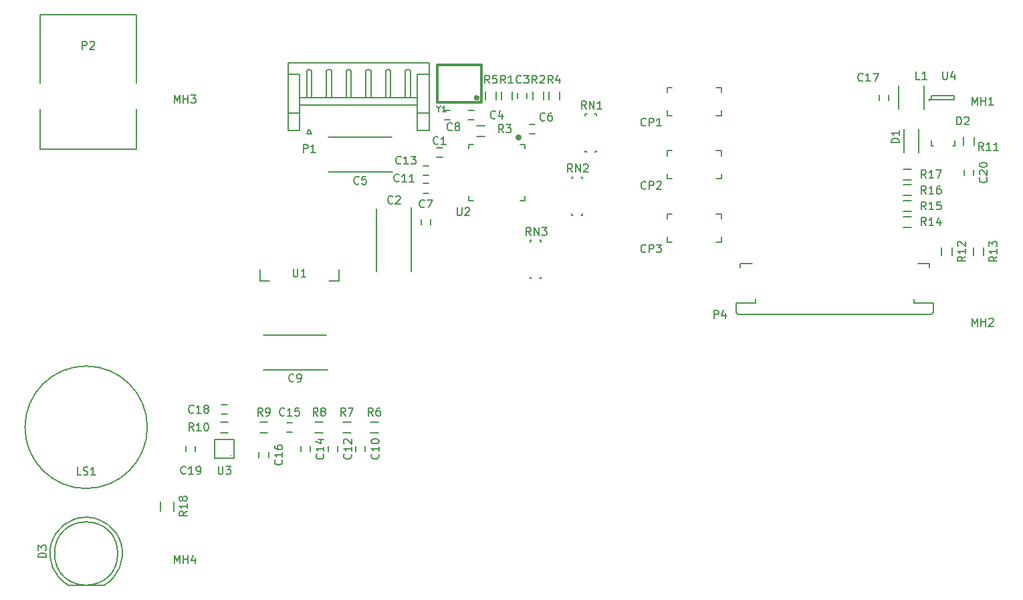
<source format=gbr>
G04 #@! TF.FileFunction,Legend,Top*
%FSLAX46Y46*%
G04 Gerber Fmt 4.6, Leading zero omitted, Abs format (unit mm)*
G04 Created by KiCad (PCBNEW 4.0.5+dfsg1-4~bpo8+1) date Mon Sep 25 13:54:36 2017*
%MOMM*%
%LPD*%
G01*
G04 APERTURE LIST*
%ADD10C,0.100000*%
%ADD11C,0.150000*%
%ADD12C,0.400000*%
%ADD13C,0.299720*%
%ADD14C,0.152400*%
G04 APERTURE END LIST*
D10*
D11*
X144300000Y-81500000D02*
X142800000Y-81500000D01*
X142800000Y-81500000D02*
X142800000Y-82000000D01*
X165300000Y-81500000D02*
X166800000Y-81500000D01*
X166800000Y-81500000D02*
X166800000Y-82000000D01*
X164800000Y-86000000D02*
X164800000Y-86500000D01*
X164800000Y-86500000D02*
X167300000Y-86500000D01*
X167300000Y-86500000D02*
X167300000Y-87750000D01*
X167300000Y-87750000D02*
X167050000Y-88000000D01*
X167050000Y-88000000D02*
X142550000Y-88000000D01*
X142550000Y-88000000D02*
X142300000Y-87750000D01*
X142300000Y-87750000D02*
X142300000Y-86500000D01*
X142300000Y-86500000D02*
X144800000Y-86500000D01*
X144800000Y-86500000D02*
X144800000Y-86000000D01*
X140429000Y-62143000D02*
X140429000Y-62778000D01*
X140429000Y-62778000D02*
X139794000Y-62778000D01*
X133571000Y-62778000D02*
X134206000Y-62778000D01*
X133571000Y-62778000D02*
X133571000Y-62143000D01*
X139794000Y-59222000D02*
X140429000Y-59222000D01*
X140429000Y-59222000D02*
X140429000Y-59857000D01*
X133571000Y-59222000D02*
X133571000Y-59857000D01*
X133571000Y-59222000D02*
X134206000Y-59222000D01*
X140429000Y-70143000D02*
X140429000Y-70778000D01*
X140429000Y-70778000D02*
X139794000Y-70778000D01*
X133571000Y-70778000D02*
X134206000Y-70778000D01*
X133571000Y-70778000D02*
X133571000Y-70143000D01*
X139794000Y-67222000D02*
X140429000Y-67222000D01*
X140429000Y-67222000D02*
X140429000Y-67857000D01*
X133571000Y-67222000D02*
X133571000Y-67857000D01*
X133571000Y-67222000D02*
X134206000Y-67222000D01*
X140429000Y-78143000D02*
X140429000Y-78778000D01*
X140429000Y-78778000D02*
X139794000Y-78778000D01*
X133571000Y-78778000D02*
X134206000Y-78778000D01*
X133571000Y-78778000D02*
X133571000Y-78143000D01*
X139794000Y-75222000D02*
X140429000Y-75222000D01*
X140429000Y-75222000D02*
X140429000Y-75857000D01*
X133571000Y-75222000D02*
X133571000Y-75857000D01*
X133571000Y-75222000D02*
X134206000Y-75222000D01*
X104400000Y-66900000D02*
X105100000Y-66900000D01*
X105100000Y-68100000D02*
X104400000Y-68100000D01*
X101200000Y-82550000D02*
X101200000Y-74450000D01*
X96800000Y-74550000D02*
X96800000Y-82550000D01*
X114650000Y-60600000D02*
X114650000Y-59900000D01*
X115850000Y-59900000D02*
X115850000Y-60600000D01*
X109100000Y-63350000D02*
X108400000Y-63350000D01*
X108400000Y-62150000D02*
X109100000Y-62150000D01*
X90700000Y-69950000D02*
X98800000Y-69950000D01*
X98700000Y-65550000D02*
X90700000Y-65550000D01*
X116850000Y-65100000D02*
X116150000Y-65100000D01*
X116150000Y-63900000D02*
X116850000Y-63900000D01*
X102400000Y-76600000D02*
X102400000Y-75900000D01*
X103600000Y-75900000D02*
X103600000Y-76600000D01*
X105400000Y-62150000D02*
X106100000Y-62150000D01*
X106100000Y-63350000D02*
X105400000Y-63350000D01*
X82450000Y-94950000D02*
X90550000Y-94950000D01*
X90450000Y-90550000D02*
X82450000Y-90550000D01*
X94150000Y-105350000D02*
X94150000Y-104650000D01*
X95350000Y-104650000D02*
X95350000Y-105350000D01*
X102650000Y-71400000D02*
X103350000Y-71400000D01*
X103350000Y-72600000D02*
X102650000Y-72600000D01*
X90650000Y-105350000D02*
X90650000Y-104650000D01*
X91850000Y-104650000D02*
X91850000Y-105350000D01*
X102650000Y-69150000D02*
X103350000Y-69150000D01*
X103350000Y-70350000D02*
X102650000Y-70350000D01*
X87150000Y-105350000D02*
X87150000Y-104650000D01*
X88350000Y-104650000D02*
X88350000Y-105350000D01*
X86100000Y-102850000D02*
X85400000Y-102850000D01*
X85400000Y-101650000D02*
X86100000Y-101650000D01*
X81900000Y-106100000D02*
X81900000Y-105400000D01*
X83100000Y-105400000D02*
X83100000Y-106100000D01*
X160400000Y-60850000D02*
X160400000Y-60150000D01*
X161600000Y-60150000D02*
X161600000Y-60850000D01*
X77850000Y-100600000D02*
X77150000Y-100600000D01*
X77150000Y-99400000D02*
X77850000Y-99400000D01*
X73850000Y-104650000D02*
X73850000Y-105350000D01*
X72650000Y-105350000D02*
X72650000Y-104650000D01*
X171150000Y-70350000D02*
X171150000Y-69650000D01*
X172350000Y-69650000D02*
X172350000Y-70350000D01*
X167000180Y-66650240D02*
X167000180Y-65949200D01*
X167200840Y-66650240D02*
X167000180Y-66650240D01*
X169999820Y-66650240D02*
X169750900Y-66650240D01*
X169999820Y-65949200D02*
X169999820Y-66650240D01*
X167200840Y-66650240D02*
X167249100Y-66650240D01*
X162900000Y-59000000D02*
X162900000Y-62000000D01*
X166100000Y-59000000D02*
X166100000Y-62000000D01*
X67747000Y-102250000D02*
G75*
G03X67747000Y-102250000I-7747000J0D01*
G01*
X88550000Y-65100000D02*
X88250000Y-64500000D01*
X87950000Y-65100000D02*
X88550000Y-65100000D01*
X88250000Y-64500000D02*
X87950000Y-65100000D01*
X101070000Y-60500000D02*
X100750000Y-60500000D01*
X101070000Y-57080000D02*
X101070000Y-60500000D01*
X100750000Y-57000000D02*
X101070000Y-57080000D01*
X100430000Y-57080000D02*
X100750000Y-57000000D01*
X100430000Y-60500000D02*
X100430000Y-57080000D01*
X100750000Y-60500000D02*
X100430000Y-60500000D01*
X98570000Y-60500000D02*
X98250000Y-60500000D01*
X98570000Y-57080000D02*
X98570000Y-60500000D01*
X98250000Y-57000000D02*
X98570000Y-57080000D01*
X97930000Y-57080000D02*
X98250000Y-57000000D01*
X97930000Y-60500000D02*
X97930000Y-57080000D01*
X98250000Y-60500000D02*
X97930000Y-60500000D01*
X96070000Y-60500000D02*
X95750000Y-60500000D01*
X96070000Y-57080000D02*
X96070000Y-60500000D01*
X95750000Y-57000000D02*
X96070000Y-57080000D01*
X95430000Y-57080000D02*
X95750000Y-57000000D01*
X95430000Y-60500000D02*
X95430000Y-57080000D01*
X95750000Y-60500000D02*
X95430000Y-60500000D01*
X93570000Y-60500000D02*
X93250000Y-60500000D01*
X93570000Y-57080000D02*
X93570000Y-60500000D01*
X93250000Y-57000000D02*
X93570000Y-57080000D01*
X92930000Y-57080000D02*
X93250000Y-57000000D01*
X92930000Y-60500000D02*
X92930000Y-57080000D01*
X93250000Y-60500000D02*
X92930000Y-60500000D01*
X91070000Y-60500000D02*
X90750000Y-60500000D01*
X91070000Y-57080000D02*
X91070000Y-60500000D01*
X90750000Y-57000000D02*
X91070000Y-57080000D01*
X90430000Y-57080000D02*
X90750000Y-57000000D01*
X90430000Y-60500000D02*
X90430000Y-57080000D01*
X90750000Y-60500000D02*
X90430000Y-60500000D01*
X88570000Y-60500000D02*
X88250000Y-60500000D01*
X88570000Y-57080000D02*
X88570000Y-60500000D01*
X88250000Y-57000000D02*
X88570000Y-57080000D01*
X87930000Y-57080000D02*
X88250000Y-57000000D01*
X87930000Y-60500000D02*
X87930000Y-57080000D01*
X88250000Y-60500000D02*
X87930000Y-60500000D01*
X87050000Y-61500000D02*
X101950000Y-61500000D01*
X87050000Y-60500000D02*
X101950000Y-60500000D01*
X101950000Y-62500000D02*
X103450000Y-62500000D01*
X101950000Y-57600000D02*
X101950000Y-62500000D01*
X103450000Y-57600000D02*
X101950000Y-57600000D01*
X87050000Y-62500000D02*
X85550000Y-62500000D01*
X87050000Y-57600000D02*
X87050000Y-62500000D01*
X85550000Y-57600000D02*
X87050000Y-57600000D01*
X101950000Y-64700000D02*
X101950000Y-62500000D01*
X103450000Y-64700000D02*
X101950000Y-64700000D01*
X103450000Y-56100000D02*
X103450000Y-64700000D01*
X85550000Y-56100000D02*
X103450000Y-56100000D01*
X85550000Y-64700000D02*
X85550000Y-56100000D01*
X87050000Y-64700000D02*
X85550000Y-64700000D01*
X87050000Y-62500000D02*
X87050000Y-64700000D01*
X66366000Y-58650000D02*
X66366000Y-50014000D01*
X66366000Y-67032000D02*
X66366000Y-61952000D01*
X54174000Y-58650000D02*
X54174000Y-50014000D01*
X54174000Y-67032000D02*
X54174000Y-61952000D01*
X54174000Y-50014000D02*
X66366000Y-50014000D01*
X66366000Y-67032000D02*
X54174000Y-67032000D01*
X112575000Y-60750000D02*
X112575000Y-59750000D01*
X113925000Y-59750000D02*
X113925000Y-60750000D01*
X116575000Y-60750000D02*
X116575000Y-59750000D01*
X117925000Y-59750000D02*
X117925000Y-60750000D01*
X110500000Y-65425000D02*
X109500000Y-65425000D01*
X109500000Y-64075000D02*
X110500000Y-64075000D01*
X118575000Y-60750000D02*
X118575000Y-59750000D01*
X119925000Y-59750000D02*
X119925000Y-60750000D01*
X110575000Y-60750000D02*
X110575000Y-59750000D01*
X111925000Y-59750000D02*
X111925000Y-60750000D01*
X96000000Y-101575000D02*
X97000000Y-101575000D01*
X97000000Y-102925000D02*
X96000000Y-102925000D01*
X92500000Y-101575000D02*
X93500000Y-101575000D01*
X93500000Y-102925000D02*
X92500000Y-102925000D01*
X89000000Y-101575000D02*
X90000000Y-101575000D01*
X90000000Y-102925000D02*
X89000000Y-102925000D01*
X82000000Y-101575000D02*
X83000000Y-101575000D01*
X83000000Y-102925000D02*
X82000000Y-102925000D01*
X77000000Y-101575000D02*
X78000000Y-101575000D01*
X78000000Y-102925000D02*
X77000000Y-102925000D01*
X172425000Y-65500000D02*
X172425000Y-66500000D01*
X171075000Y-66500000D02*
X171075000Y-65500000D01*
X169675000Y-79500000D02*
X169675000Y-80500000D01*
X168325000Y-80500000D02*
X168325000Y-79500000D01*
X173675000Y-79500000D02*
X173675000Y-80500000D01*
X172325000Y-80500000D02*
X172325000Y-79500000D01*
X164500000Y-76925000D02*
X163500000Y-76925000D01*
X163500000Y-75575000D02*
X164500000Y-75575000D01*
X164500000Y-74925000D02*
X163500000Y-74925000D01*
X163500000Y-73575000D02*
X164500000Y-73575000D01*
X164500000Y-72925000D02*
X163500000Y-72925000D01*
X163500000Y-71575000D02*
X164500000Y-71575000D01*
X164500000Y-70925000D02*
X163500000Y-70925000D01*
X163500000Y-69575000D02*
X164500000Y-69575000D01*
X123200000Y-67200000D02*
X123200000Y-67400000D01*
X123200000Y-67400000D02*
X123400000Y-67400000D01*
X124600000Y-67200000D02*
X124600000Y-67400000D01*
X124600000Y-67400000D02*
X124400000Y-67400000D01*
X123400000Y-62600000D02*
X123200000Y-62600000D01*
X123200000Y-62600000D02*
X123200000Y-62800000D01*
X124600000Y-62800000D02*
X124600000Y-62600000D01*
X124600000Y-62600000D02*
X124400000Y-62600000D01*
X121450000Y-75200000D02*
X121450000Y-75400000D01*
X121450000Y-75400000D02*
X121650000Y-75400000D01*
X122850000Y-75200000D02*
X122850000Y-75400000D01*
X122850000Y-75400000D02*
X122650000Y-75400000D01*
X121650000Y-70600000D02*
X121450000Y-70600000D01*
X121450000Y-70600000D02*
X121450000Y-70800000D01*
X122850000Y-70800000D02*
X122850000Y-70600000D01*
X122850000Y-70600000D02*
X122650000Y-70600000D01*
X116200000Y-83200000D02*
X116200000Y-83400000D01*
X116200000Y-83400000D02*
X116400000Y-83400000D01*
X117600000Y-83200000D02*
X117600000Y-83400000D01*
X117600000Y-83400000D02*
X117400000Y-83400000D01*
X116400000Y-78600000D02*
X116200000Y-78600000D01*
X116200000Y-78600000D02*
X116200000Y-78800000D01*
X117600000Y-78800000D02*
X117600000Y-78600000D01*
X117600000Y-78600000D02*
X117400000Y-78600000D01*
X82000000Y-83750000D02*
X83250000Y-83750000D01*
X82000000Y-83750000D02*
X82000000Y-82250000D01*
X92000000Y-83750000D02*
X92000000Y-82250000D01*
X92000000Y-83750000D02*
X90750000Y-83750000D01*
D12*
X114930278Y-65575000D02*
G75*
G03X114930278Y-65575000I-180278J0D01*
G01*
D11*
X108450000Y-73575000D02*
X108450000Y-73000000D01*
X108450000Y-73575000D02*
X109000000Y-73575000D01*
X108475000Y-66475000D02*
X108475000Y-67000000D01*
X109000000Y-66475000D02*
X108475000Y-66475000D01*
X115525000Y-66450000D02*
X115000000Y-66450000D01*
X115525000Y-66450000D02*
X115525000Y-67000000D01*
X115000000Y-73550000D02*
X115550000Y-73550000D01*
X115550000Y-73550000D02*
X115550000Y-73000000D01*
X78350000Y-105850000D02*
G75*
G03X78350000Y-105850000I-50000J0D01*
G01*
X76300000Y-106200000D02*
X76300000Y-103800000D01*
X76300000Y-103800000D02*
X78700000Y-103800000D01*
X78700000Y-103800000D02*
X78700000Y-106200000D01*
X78700000Y-106200000D02*
X76300000Y-106200000D01*
D13*
X109650300Y-60550860D02*
G75*
G03X109650300Y-60550860I-200660J0D01*
G01*
X110049080Y-61150300D02*
X104450920Y-61150300D01*
X104450920Y-61150300D02*
X104450920Y-56349700D01*
X104450920Y-56349700D02*
X110049080Y-56349700D01*
X110049080Y-56349700D02*
X110049080Y-61150300D01*
D11*
X167050000Y-60750000D02*
X169950000Y-60750000D01*
X169950000Y-60750000D02*
X169950000Y-60250000D01*
X169950000Y-60250000D02*
X167050000Y-60250000D01*
X167050000Y-60250000D02*
X167050000Y-60750000D01*
X166900000Y-60800000D02*
G75*
G03X166900000Y-60800000I-100000J0D01*
G01*
X163600000Y-67500000D02*
X163600000Y-64500000D01*
X165400000Y-67500000D02*
X165400000Y-64500000D01*
X62280477Y-122224036D02*
G75*
G03X57730000Y-122230000I-2280477J3994036D01*
G01*
X64000000Y-118230000D02*
G75*
G03X64000000Y-118230000I-4000000J0D01*
G01*
X57730000Y-122230000D02*
X62270000Y-122230000D01*
X71125000Y-111650000D02*
X71125000Y-112850000D01*
X69375000Y-112850000D02*
X69375000Y-111650000D01*
X139511905Y-88452381D02*
X139511905Y-87452381D01*
X139892858Y-87452381D01*
X139988096Y-87500000D01*
X140035715Y-87547619D01*
X140083334Y-87642857D01*
X140083334Y-87785714D01*
X140035715Y-87880952D01*
X139988096Y-87928571D01*
X139892858Y-87976190D01*
X139511905Y-87976190D01*
X140940477Y-87785714D02*
X140940477Y-88452381D01*
X140702381Y-87404762D02*
X140464286Y-88119048D01*
X141083334Y-88119048D01*
X130872334Y-64024143D02*
X130824715Y-64071762D01*
X130681858Y-64119381D01*
X130586620Y-64119381D01*
X130443762Y-64071762D01*
X130348524Y-63976524D01*
X130300905Y-63881286D01*
X130253286Y-63690810D01*
X130253286Y-63547952D01*
X130300905Y-63357476D01*
X130348524Y-63262238D01*
X130443762Y-63167000D01*
X130586620Y-63119381D01*
X130681858Y-63119381D01*
X130824715Y-63167000D01*
X130872334Y-63214619D01*
X131300905Y-64119381D02*
X131300905Y-63119381D01*
X131681858Y-63119381D01*
X131777096Y-63167000D01*
X131824715Y-63214619D01*
X131872334Y-63309857D01*
X131872334Y-63452714D01*
X131824715Y-63547952D01*
X131777096Y-63595571D01*
X131681858Y-63643190D01*
X131300905Y-63643190D01*
X132824715Y-64119381D02*
X132253286Y-64119381D01*
X132539000Y-64119381D02*
X132539000Y-63119381D01*
X132443762Y-63262238D01*
X132348524Y-63357476D01*
X132253286Y-63405095D01*
X130872334Y-72024143D02*
X130824715Y-72071762D01*
X130681858Y-72119381D01*
X130586620Y-72119381D01*
X130443762Y-72071762D01*
X130348524Y-71976524D01*
X130300905Y-71881286D01*
X130253286Y-71690810D01*
X130253286Y-71547952D01*
X130300905Y-71357476D01*
X130348524Y-71262238D01*
X130443762Y-71167000D01*
X130586620Y-71119381D01*
X130681858Y-71119381D01*
X130824715Y-71167000D01*
X130872334Y-71214619D01*
X131300905Y-72119381D02*
X131300905Y-71119381D01*
X131681858Y-71119381D01*
X131777096Y-71167000D01*
X131824715Y-71214619D01*
X131872334Y-71309857D01*
X131872334Y-71452714D01*
X131824715Y-71547952D01*
X131777096Y-71595571D01*
X131681858Y-71643190D01*
X131300905Y-71643190D01*
X132253286Y-71214619D02*
X132300905Y-71167000D01*
X132396143Y-71119381D01*
X132634239Y-71119381D01*
X132729477Y-71167000D01*
X132777096Y-71214619D01*
X132824715Y-71309857D01*
X132824715Y-71405095D01*
X132777096Y-71547952D01*
X132205667Y-72119381D01*
X132824715Y-72119381D01*
X130872334Y-80024143D02*
X130824715Y-80071762D01*
X130681858Y-80119381D01*
X130586620Y-80119381D01*
X130443762Y-80071762D01*
X130348524Y-79976524D01*
X130300905Y-79881286D01*
X130253286Y-79690810D01*
X130253286Y-79547952D01*
X130300905Y-79357476D01*
X130348524Y-79262238D01*
X130443762Y-79167000D01*
X130586620Y-79119381D01*
X130681858Y-79119381D01*
X130824715Y-79167000D01*
X130872334Y-79214619D01*
X131300905Y-80119381D02*
X131300905Y-79119381D01*
X131681858Y-79119381D01*
X131777096Y-79167000D01*
X131824715Y-79214619D01*
X131872334Y-79309857D01*
X131872334Y-79452714D01*
X131824715Y-79547952D01*
X131777096Y-79595571D01*
X131681858Y-79643190D01*
X131300905Y-79643190D01*
X132205667Y-79119381D02*
X132824715Y-79119381D01*
X132491381Y-79500333D01*
X132634239Y-79500333D01*
X132729477Y-79547952D01*
X132777096Y-79595571D01*
X132824715Y-79690810D01*
X132824715Y-79928905D01*
X132777096Y-80024143D01*
X132729477Y-80071762D01*
X132634239Y-80119381D01*
X132348524Y-80119381D01*
X132253286Y-80071762D01*
X132205667Y-80024143D01*
X104583334Y-66357143D02*
X104535715Y-66404762D01*
X104392858Y-66452381D01*
X104297620Y-66452381D01*
X104154762Y-66404762D01*
X104059524Y-66309524D01*
X104011905Y-66214286D01*
X103964286Y-66023810D01*
X103964286Y-65880952D01*
X104011905Y-65690476D01*
X104059524Y-65595238D01*
X104154762Y-65500000D01*
X104297620Y-65452381D01*
X104392858Y-65452381D01*
X104535715Y-65500000D01*
X104583334Y-65547619D01*
X105535715Y-66452381D02*
X104964286Y-66452381D01*
X105250000Y-66452381D02*
X105250000Y-65452381D01*
X105154762Y-65595238D01*
X105059524Y-65690476D01*
X104964286Y-65738095D01*
X98833334Y-73857143D02*
X98785715Y-73904762D01*
X98642858Y-73952381D01*
X98547620Y-73952381D01*
X98404762Y-73904762D01*
X98309524Y-73809524D01*
X98261905Y-73714286D01*
X98214286Y-73523810D01*
X98214286Y-73380952D01*
X98261905Y-73190476D01*
X98309524Y-73095238D01*
X98404762Y-73000000D01*
X98547620Y-72952381D01*
X98642858Y-72952381D01*
X98785715Y-73000000D01*
X98833334Y-73047619D01*
X99214286Y-73047619D02*
X99261905Y-73000000D01*
X99357143Y-72952381D01*
X99595239Y-72952381D01*
X99690477Y-73000000D01*
X99738096Y-73047619D01*
X99785715Y-73142857D01*
X99785715Y-73238095D01*
X99738096Y-73380952D01*
X99166667Y-73952381D01*
X99785715Y-73952381D01*
X115083334Y-58607143D02*
X115035715Y-58654762D01*
X114892858Y-58702381D01*
X114797620Y-58702381D01*
X114654762Y-58654762D01*
X114559524Y-58559524D01*
X114511905Y-58464286D01*
X114464286Y-58273810D01*
X114464286Y-58130952D01*
X114511905Y-57940476D01*
X114559524Y-57845238D01*
X114654762Y-57750000D01*
X114797620Y-57702381D01*
X114892858Y-57702381D01*
X115035715Y-57750000D01*
X115083334Y-57797619D01*
X115416667Y-57702381D02*
X116035715Y-57702381D01*
X115702381Y-58083333D01*
X115845239Y-58083333D01*
X115940477Y-58130952D01*
X115988096Y-58178571D01*
X116035715Y-58273810D01*
X116035715Y-58511905D01*
X115988096Y-58607143D01*
X115940477Y-58654762D01*
X115845239Y-58702381D01*
X115559524Y-58702381D01*
X115464286Y-58654762D01*
X115416667Y-58607143D01*
X111833334Y-63107143D02*
X111785715Y-63154762D01*
X111642858Y-63202381D01*
X111547620Y-63202381D01*
X111404762Y-63154762D01*
X111309524Y-63059524D01*
X111261905Y-62964286D01*
X111214286Y-62773810D01*
X111214286Y-62630952D01*
X111261905Y-62440476D01*
X111309524Y-62345238D01*
X111404762Y-62250000D01*
X111547620Y-62202381D01*
X111642858Y-62202381D01*
X111785715Y-62250000D01*
X111833334Y-62297619D01*
X112690477Y-62535714D02*
X112690477Y-63202381D01*
X112452381Y-62154762D02*
X112214286Y-62869048D01*
X112833334Y-62869048D01*
X94533994Y-71406603D02*
X94486375Y-71454222D01*
X94343518Y-71501841D01*
X94248280Y-71501841D01*
X94105422Y-71454222D01*
X94010184Y-71358984D01*
X93962565Y-71263746D01*
X93914946Y-71073270D01*
X93914946Y-70930412D01*
X93962565Y-70739936D01*
X94010184Y-70644698D01*
X94105422Y-70549460D01*
X94248280Y-70501841D01*
X94343518Y-70501841D01*
X94486375Y-70549460D01*
X94533994Y-70597079D01*
X95438756Y-70501841D02*
X94962565Y-70501841D01*
X94914946Y-70978031D01*
X94962565Y-70930412D01*
X95057803Y-70882793D01*
X95295899Y-70882793D01*
X95391137Y-70930412D01*
X95438756Y-70978031D01*
X95486375Y-71073270D01*
X95486375Y-71311365D01*
X95438756Y-71406603D01*
X95391137Y-71454222D01*
X95295899Y-71501841D01*
X95057803Y-71501841D01*
X94962565Y-71454222D01*
X94914946Y-71406603D01*
X118083334Y-63357143D02*
X118035715Y-63404762D01*
X117892858Y-63452381D01*
X117797620Y-63452381D01*
X117654762Y-63404762D01*
X117559524Y-63309524D01*
X117511905Y-63214286D01*
X117464286Y-63023810D01*
X117464286Y-62880952D01*
X117511905Y-62690476D01*
X117559524Y-62595238D01*
X117654762Y-62500000D01*
X117797620Y-62452381D01*
X117892858Y-62452381D01*
X118035715Y-62500000D01*
X118083334Y-62547619D01*
X118940477Y-62452381D02*
X118750000Y-62452381D01*
X118654762Y-62500000D01*
X118607143Y-62547619D01*
X118511905Y-62690476D01*
X118464286Y-62880952D01*
X118464286Y-63261905D01*
X118511905Y-63357143D01*
X118559524Y-63404762D01*
X118654762Y-63452381D01*
X118845239Y-63452381D01*
X118940477Y-63404762D01*
X118988096Y-63357143D01*
X119035715Y-63261905D01*
X119035715Y-63023810D01*
X118988096Y-62928571D01*
X118940477Y-62880952D01*
X118845239Y-62833333D01*
X118654762Y-62833333D01*
X118559524Y-62880952D01*
X118511905Y-62928571D01*
X118464286Y-63023810D01*
X102833334Y-74357143D02*
X102785715Y-74404762D01*
X102642858Y-74452381D01*
X102547620Y-74452381D01*
X102404762Y-74404762D01*
X102309524Y-74309524D01*
X102261905Y-74214286D01*
X102214286Y-74023810D01*
X102214286Y-73880952D01*
X102261905Y-73690476D01*
X102309524Y-73595238D01*
X102404762Y-73500000D01*
X102547620Y-73452381D01*
X102642858Y-73452381D01*
X102785715Y-73500000D01*
X102833334Y-73547619D01*
X103166667Y-73452381D02*
X103833334Y-73452381D01*
X103404762Y-74452381D01*
X106333334Y-64607143D02*
X106285715Y-64654762D01*
X106142858Y-64702381D01*
X106047620Y-64702381D01*
X105904762Y-64654762D01*
X105809524Y-64559524D01*
X105761905Y-64464286D01*
X105714286Y-64273810D01*
X105714286Y-64130952D01*
X105761905Y-63940476D01*
X105809524Y-63845238D01*
X105904762Y-63750000D01*
X106047620Y-63702381D01*
X106142858Y-63702381D01*
X106285715Y-63750000D01*
X106333334Y-63797619D01*
X106904762Y-64130952D02*
X106809524Y-64083333D01*
X106761905Y-64035714D01*
X106714286Y-63940476D01*
X106714286Y-63892857D01*
X106761905Y-63797619D01*
X106809524Y-63750000D01*
X106904762Y-63702381D01*
X107095239Y-63702381D01*
X107190477Y-63750000D01*
X107238096Y-63797619D01*
X107285715Y-63892857D01*
X107285715Y-63940476D01*
X107238096Y-64035714D01*
X107190477Y-64083333D01*
X107095239Y-64130952D01*
X106904762Y-64130952D01*
X106809524Y-64178571D01*
X106761905Y-64226190D01*
X106714286Y-64321429D01*
X106714286Y-64511905D01*
X106761905Y-64607143D01*
X106809524Y-64654762D01*
X106904762Y-64702381D01*
X107095239Y-64702381D01*
X107190477Y-64654762D01*
X107238096Y-64607143D01*
X107285715Y-64511905D01*
X107285715Y-64321429D01*
X107238096Y-64226190D01*
X107190477Y-64178571D01*
X107095239Y-64130952D01*
X86283994Y-96406603D02*
X86236375Y-96454222D01*
X86093518Y-96501841D01*
X85998280Y-96501841D01*
X85855422Y-96454222D01*
X85760184Y-96358984D01*
X85712565Y-96263746D01*
X85664946Y-96073270D01*
X85664946Y-95930412D01*
X85712565Y-95739936D01*
X85760184Y-95644698D01*
X85855422Y-95549460D01*
X85998280Y-95501841D01*
X86093518Y-95501841D01*
X86236375Y-95549460D01*
X86283994Y-95597079D01*
X86760184Y-96501841D02*
X86950660Y-96501841D01*
X87045899Y-96454222D01*
X87093518Y-96406603D01*
X87188756Y-96263746D01*
X87236375Y-96073270D01*
X87236375Y-95692317D01*
X87188756Y-95597079D01*
X87141137Y-95549460D01*
X87045899Y-95501841D01*
X86855422Y-95501841D01*
X86760184Y-95549460D01*
X86712565Y-95597079D01*
X86664946Y-95692317D01*
X86664946Y-95930412D01*
X86712565Y-96025650D01*
X86760184Y-96073270D01*
X86855422Y-96120889D01*
X87045899Y-96120889D01*
X87141137Y-96073270D01*
X87188756Y-96025650D01*
X87236375Y-95930412D01*
X97007143Y-105642857D02*
X97054762Y-105690476D01*
X97102381Y-105833333D01*
X97102381Y-105928571D01*
X97054762Y-106071429D01*
X96959524Y-106166667D01*
X96864286Y-106214286D01*
X96673810Y-106261905D01*
X96530952Y-106261905D01*
X96340476Y-106214286D01*
X96245238Y-106166667D01*
X96150000Y-106071429D01*
X96102381Y-105928571D01*
X96102381Y-105833333D01*
X96150000Y-105690476D01*
X96197619Y-105642857D01*
X97102381Y-104690476D02*
X97102381Y-105261905D01*
X97102381Y-104976191D02*
X96102381Y-104976191D01*
X96245238Y-105071429D01*
X96340476Y-105166667D01*
X96388095Y-105261905D01*
X96102381Y-104071429D02*
X96102381Y-103976190D01*
X96150000Y-103880952D01*
X96197619Y-103833333D01*
X96292857Y-103785714D01*
X96483333Y-103738095D01*
X96721429Y-103738095D01*
X96911905Y-103785714D01*
X97007143Y-103833333D01*
X97054762Y-103880952D01*
X97102381Y-103976190D01*
X97102381Y-104071429D01*
X97054762Y-104166667D01*
X97007143Y-104214286D01*
X96911905Y-104261905D01*
X96721429Y-104309524D01*
X96483333Y-104309524D01*
X96292857Y-104261905D01*
X96197619Y-104214286D01*
X96150000Y-104166667D01*
X96102381Y-104071429D01*
X99607143Y-71107143D02*
X99559524Y-71154762D01*
X99416667Y-71202381D01*
X99321429Y-71202381D01*
X99178571Y-71154762D01*
X99083333Y-71059524D01*
X99035714Y-70964286D01*
X98988095Y-70773810D01*
X98988095Y-70630952D01*
X99035714Y-70440476D01*
X99083333Y-70345238D01*
X99178571Y-70250000D01*
X99321429Y-70202381D01*
X99416667Y-70202381D01*
X99559524Y-70250000D01*
X99607143Y-70297619D01*
X100559524Y-71202381D02*
X99988095Y-71202381D01*
X100273809Y-71202381D02*
X100273809Y-70202381D01*
X100178571Y-70345238D01*
X100083333Y-70440476D01*
X99988095Y-70488095D01*
X101511905Y-71202381D02*
X100940476Y-71202381D01*
X101226190Y-71202381D02*
X101226190Y-70202381D01*
X101130952Y-70345238D01*
X101035714Y-70440476D01*
X100940476Y-70488095D01*
X93507143Y-105642857D02*
X93554762Y-105690476D01*
X93602381Y-105833333D01*
X93602381Y-105928571D01*
X93554762Y-106071429D01*
X93459524Y-106166667D01*
X93364286Y-106214286D01*
X93173810Y-106261905D01*
X93030952Y-106261905D01*
X92840476Y-106214286D01*
X92745238Y-106166667D01*
X92650000Y-106071429D01*
X92602381Y-105928571D01*
X92602381Y-105833333D01*
X92650000Y-105690476D01*
X92697619Y-105642857D01*
X93602381Y-104690476D02*
X93602381Y-105261905D01*
X93602381Y-104976191D02*
X92602381Y-104976191D01*
X92745238Y-105071429D01*
X92840476Y-105166667D01*
X92888095Y-105261905D01*
X92697619Y-104309524D02*
X92650000Y-104261905D01*
X92602381Y-104166667D01*
X92602381Y-103928571D01*
X92650000Y-103833333D01*
X92697619Y-103785714D01*
X92792857Y-103738095D01*
X92888095Y-103738095D01*
X93030952Y-103785714D01*
X93602381Y-104357143D01*
X93602381Y-103738095D01*
X99857143Y-68857143D02*
X99809524Y-68904762D01*
X99666667Y-68952381D01*
X99571429Y-68952381D01*
X99428571Y-68904762D01*
X99333333Y-68809524D01*
X99285714Y-68714286D01*
X99238095Y-68523810D01*
X99238095Y-68380952D01*
X99285714Y-68190476D01*
X99333333Y-68095238D01*
X99428571Y-68000000D01*
X99571429Y-67952381D01*
X99666667Y-67952381D01*
X99809524Y-68000000D01*
X99857143Y-68047619D01*
X100809524Y-68952381D02*
X100238095Y-68952381D01*
X100523809Y-68952381D02*
X100523809Y-67952381D01*
X100428571Y-68095238D01*
X100333333Y-68190476D01*
X100238095Y-68238095D01*
X101142857Y-67952381D02*
X101761905Y-67952381D01*
X101428571Y-68333333D01*
X101571429Y-68333333D01*
X101666667Y-68380952D01*
X101714286Y-68428571D01*
X101761905Y-68523810D01*
X101761905Y-68761905D01*
X101714286Y-68857143D01*
X101666667Y-68904762D01*
X101571429Y-68952381D01*
X101285714Y-68952381D01*
X101190476Y-68904762D01*
X101142857Y-68857143D01*
X90007143Y-105642857D02*
X90054762Y-105690476D01*
X90102381Y-105833333D01*
X90102381Y-105928571D01*
X90054762Y-106071429D01*
X89959524Y-106166667D01*
X89864286Y-106214286D01*
X89673810Y-106261905D01*
X89530952Y-106261905D01*
X89340476Y-106214286D01*
X89245238Y-106166667D01*
X89150000Y-106071429D01*
X89102381Y-105928571D01*
X89102381Y-105833333D01*
X89150000Y-105690476D01*
X89197619Y-105642857D01*
X90102381Y-104690476D02*
X90102381Y-105261905D01*
X90102381Y-104976191D02*
X89102381Y-104976191D01*
X89245238Y-105071429D01*
X89340476Y-105166667D01*
X89388095Y-105261905D01*
X89435714Y-103833333D02*
X90102381Y-103833333D01*
X89054762Y-104071429D02*
X89769048Y-104309524D01*
X89769048Y-103690476D01*
X85107143Y-100707143D02*
X85059524Y-100754762D01*
X84916667Y-100802381D01*
X84821429Y-100802381D01*
X84678571Y-100754762D01*
X84583333Y-100659524D01*
X84535714Y-100564286D01*
X84488095Y-100373810D01*
X84488095Y-100230952D01*
X84535714Y-100040476D01*
X84583333Y-99945238D01*
X84678571Y-99850000D01*
X84821429Y-99802381D01*
X84916667Y-99802381D01*
X85059524Y-99850000D01*
X85107143Y-99897619D01*
X86059524Y-100802381D02*
X85488095Y-100802381D01*
X85773809Y-100802381D02*
X85773809Y-99802381D01*
X85678571Y-99945238D01*
X85583333Y-100040476D01*
X85488095Y-100088095D01*
X86964286Y-99802381D02*
X86488095Y-99802381D01*
X86440476Y-100278571D01*
X86488095Y-100230952D01*
X86583333Y-100183333D01*
X86821429Y-100183333D01*
X86916667Y-100230952D01*
X86964286Y-100278571D01*
X87011905Y-100373810D01*
X87011905Y-100611905D01*
X86964286Y-100707143D01*
X86916667Y-100754762D01*
X86821429Y-100802381D01*
X86583333Y-100802381D01*
X86488095Y-100754762D01*
X86440476Y-100707143D01*
X84757143Y-106392857D02*
X84804762Y-106440476D01*
X84852381Y-106583333D01*
X84852381Y-106678571D01*
X84804762Y-106821429D01*
X84709524Y-106916667D01*
X84614286Y-106964286D01*
X84423810Y-107011905D01*
X84280952Y-107011905D01*
X84090476Y-106964286D01*
X83995238Y-106916667D01*
X83900000Y-106821429D01*
X83852381Y-106678571D01*
X83852381Y-106583333D01*
X83900000Y-106440476D01*
X83947619Y-106392857D01*
X84852381Y-105440476D02*
X84852381Y-106011905D01*
X84852381Y-105726191D02*
X83852381Y-105726191D01*
X83995238Y-105821429D01*
X84090476Y-105916667D01*
X84138095Y-106011905D01*
X83852381Y-104583333D02*
X83852381Y-104773810D01*
X83900000Y-104869048D01*
X83947619Y-104916667D01*
X84090476Y-105011905D01*
X84280952Y-105059524D01*
X84661905Y-105059524D01*
X84757143Y-105011905D01*
X84804762Y-104964286D01*
X84852381Y-104869048D01*
X84852381Y-104678571D01*
X84804762Y-104583333D01*
X84757143Y-104535714D01*
X84661905Y-104488095D01*
X84423810Y-104488095D01*
X84328571Y-104535714D01*
X84280952Y-104583333D01*
X84233333Y-104678571D01*
X84233333Y-104869048D01*
X84280952Y-104964286D01*
X84328571Y-105011905D01*
X84423810Y-105059524D01*
X158357143Y-58357143D02*
X158309524Y-58404762D01*
X158166667Y-58452381D01*
X158071429Y-58452381D01*
X157928571Y-58404762D01*
X157833333Y-58309524D01*
X157785714Y-58214286D01*
X157738095Y-58023810D01*
X157738095Y-57880952D01*
X157785714Y-57690476D01*
X157833333Y-57595238D01*
X157928571Y-57500000D01*
X158071429Y-57452381D01*
X158166667Y-57452381D01*
X158309524Y-57500000D01*
X158357143Y-57547619D01*
X159309524Y-58452381D02*
X158738095Y-58452381D01*
X159023809Y-58452381D02*
X159023809Y-57452381D01*
X158928571Y-57595238D01*
X158833333Y-57690476D01*
X158738095Y-57738095D01*
X159642857Y-57452381D02*
X160309524Y-57452381D01*
X159880952Y-58452381D01*
X73607143Y-100357143D02*
X73559524Y-100404762D01*
X73416667Y-100452381D01*
X73321429Y-100452381D01*
X73178571Y-100404762D01*
X73083333Y-100309524D01*
X73035714Y-100214286D01*
X72988095Y-100023810D01*
X72988095Y-99880952D01*
X73035714Y-99690476D01*
X73083333Y-99595238D01*
X73178571Y-99500000D01*
X73321429Y-99452381D01*
X73416667Y-99452381D01*
X73559524Y-99500000D01*
X73607143Y-99547619D01*
X74559524Y-100452381D02*
X73988095Y-100452381D01*
X74273809Y-100452381D02*
X74273809Y-99452381D01*
X74178571Y-99595238D01*
X74083333Y-99690476D01*
X73988095Y-99738095D01*
X75130952Y-99880952D02*
X75035714Y-99833333D01*
X74988095Y-99785714D01*
X74940476Y-99690476D01*
X74940476Y-99642857D01*
X74988095Y-99547619D01*
X75035714Y-99500000D01*
X75130952Y-99452381D01*
X75321429Y-99452381D01*
X75416667Y-99500000D01*
X75464286Y-99547619D01*
X75511905Y-99642857D01*
X75511905Y-99690476D01*
X75464286Y-99785714D01*
X75416667Y-99833333D01*
X75321429Y-99880952D01*
X75130952Y-99880952D01*
X75035714Y-99928571D01*
X74988095Y-99976190D01*
X74940476Y-100071429D01*
X74940476Y-100261905D01*
X74988095Y-100357143D01*
X75035714Y-100404762D01*
X75130952Y-100452381D01*
X75321429Y-100452381D01*
X75416667Y-100404762D01*
X75464286Y-100357143D01*
X75511905Y-100261905D01*
X75511905Y-100071429D01*
X75464286Y-99976190D01*
X75416667Y-99928571D01*
X75321429Y-99880952D01*
X72607143Y-108107143D02*
X72559524Y-108154762D01*
X72416667Y-108202381D01*
X72321429Y-108202381D01*
X72178571Y-108154762D01*
X72083333Y-108059524D01*
X72035714Y-107964286D01*
X71988095Y-107773810D01*
X71988095Y-107630952D01*
X72035714Y-107440476D01*
X72083333Y-107345238D01*
X72178571Y-107250000D01*
X72321429Y-107202381D01*
X72416667Y-107202381D01*
X72559524Y-107250000D01*
X72607143Y-107297619D01*
X73559524Y-108202381D02*
X72988095Y-108202381D01*
X73273809Y-108202381D02*
X73273809Y-107202381D01*
X73178571Y-107345238D01*
X73083333Y-107440476D01*
X72988095Y-107488095D01*
X74035714Y-108202381D02*
X74226190Y-108202381D01*
X74321429Y-108154762D01*
X74369048Y-108107143D01*
X74464286Y-107964286D01*
X74511905Y-107773810D01*
X74511905Y-107392857D01*
X74464286Y-107297619D01*
X74416667Y-107250000D01*
X74321429Y-107202381D01*
X74130952Y-107202381D01*
X74035714Y-107250000D01*
X73988095Y-107297619D01*
X73940476Y-107392857D01*
X73940476Y-107630952D01*
X73988095Y-107726190D01*
X74035714Y-107773810D01*
X74130952Y-107821429D01*
X74321429Y-107821429D01*
X74416667Y-107773810D01*
X74464286Y-107726190D01*
X74511905Y-107630952D01*
X174007143Y-70642857D02*
X174054762Y-70690476D01*
X174102381Y-70833333D01*
X174102381Y-70928571D01*
X174054762Y-71071429D01*
X173959524Y-71166667D01*
X173864286Y-71214286D01*
X173673810Y-71261905D01*
X173530952Y-71261905D01*
X173340476Y-71214286D01*
X173245238Y-71166667D01*
X173150000Y-71071429D01*
X173102381Y-70928571D01*
X173102381Y-70833333D01*
X173150000Y-70690476D01*
X173197619Y-70642857D01*
X173197619Y-70261905D02*
X173150000Y-70214286D01*
X173102381Y-70119048D01*
X173102381Y-69880952D01*
X173150000Y-69785714D01*
X173197619Y-69738095D01*
X173292857Y-69690476D01*
X173388095Y-69690476D01*
X173530952Y-69738095D01*
X174102381Y-70309524D01*
X174102381Y-69690476D01*
X173102381Y-69071429D02*
X173102381Y-68976190D01*
X173150000Y-68880952D01*
X173197619Y-68833333D01*
X173292857Y-68785714D01*
X173483333Y-68738095D01*
X173721429Y-68738095D01*
X173911905Y-68785714D01*
X174007143Y-68833333D01*
X174054762Y-68880952D01*
X174102381Y-68976190D01*
X174102381Y-69071429D01*
X174054762Y-69166667D01*
X174007143Y-69214286D01*
X173911905Y-69261905D01*
X173721429Y-69309524D01*
X173483333Y-69309524D01*
X173292857Y-69261905D01*
X173197619Y-69214286D01*
X173150000Y-69166667D01*
X173102381Y-69071429D01*
X170261905Y-63952381D02*
X170261905Y-62952381D01*
X170500000Y-62952381D01*
X170642858Y-63000000D01*
X170738096Y-63095238D01*
X170785715Y-63190476D01*
X170833334Y-63380952D01*
X170833334Y-63523810D01*
X170785715Y-63714286D01*
X170738096Y-63809524D01*
X170642858Y-63904762D01*
X170500000Y-63952381D01*
X170261905Y-63952381D01*
X171214286Y-63047619D02*
X171261905Y-63000000D01*
X171357143Y-62952381D01*
X171595239Y-62952381D01*
X171690477Y-63000000D01*
X171738096Y-63047619D01*
X171785715Y-63142857D01*
X171785715Y-63238095D01*
X171738096Y-63380952D01*
X171166667Y-63952381D01*
X171785715Y-63952381D01*
X165583334Y-58202381D02*
X165107143Y-58202381D01*
X165107143Y-57202381D01*
X166440477Y-58202381D02*
X165869048Y-58202381D01*
X166154762Y-58202381D02*
X166154762Y-57202381D01*
X166059524Y-57345238D01*
X165964286Y-57440476D01*
X165869048Y-57488095D01*
X59357143Y-108290381D02*
X58880952Y-108290381D01*
X58880952Y-107290381D01*
X59642857Y-108242762D02*
X59785714Y-108290381D01*
X60023810Y-108290381D01*
X60119048Y-108242762D01*
X60166667Y-108195143D01*
X60214286Y-108099905D01*
X60214286Y-108004667D01*
X60166667Y-107909429D01*
X60119048Y-107861810D01*
X60023810Y-107814190D01*
X59833333Y-107766571D01*
X59738095Y-107718952D01*
X59690476Y-107671333D01*
X59642857Y-107576095D01*
X59642857Y-107480857D01*
X59690476Y-107385619D01*
X59738095Y-107338000D01*
X59833333Y-107290381D01*
X60071429Y-107290381D01*
X60214286Y-107338000D01*
X61166667Y-108290381D02*
X60595238Y-108290381D01*
X60880952Y-108290381D02*
X60880952Y-107290381D01*
X60785714Y-107433238D01*
X60690476Y-107528476D01*
X60595238Y-107576095D01*
X87511905Y-67452381D02*
X87511905Y-66452381D01*
X87892858Y-66452381D01*
X87988096Y-66500000D01*
X88035715Y-66547619D01*
X88083334Y-66642857D01*
X88083334Y-66785714D01*
X88035715Y-66880952D01*
X87988096Y-66928571D01*
X87892858Y-66976190D01*
X87511905Y-66976190D01*
X89035715Y-67452381D02*
X88464286Y-67452381D01*
X88750000Y-67452381D02*
X88750000Y-66452381D01*
X88654762Y-66595238D01*
X88559524Y-66690476D01*
X88464286Y-66738095D01*
X59531905Y-54403381D02*
X59531905Y-53403381D01*
X59912858Y-53403381D01*
X60008096Y-53451000D01*
X60055715Y-53498619D01*
X60103334Y-53593857D01*
X60103334Y-53736714D01*
X60055715Y-53831952D01*
X60008096Y-53879571D01*
X59912858Y-53927190D01*
X59531905Y-53927190D01*
X60484286Y-53498619D02*
X60531905Y-53451000D01*
X60627143Y-53403381D01*
X60865239Y-53403381D01*
X60960477Y-53451000D01*
X61008096Y-53498619D01*
X61055715Y-53593857D01*
X61055715Y-53689095D01*
X61008096Y-53831952D01*
X60436667Y-54403381D01*
X61055715Y-54403381D01*
X113083334Y-58702381D02*
X112750000Y-58226190D01*
X112511905Y-58702381D02*
X112511905Y-57702381D01*
X112892858Y-57702381D01*
X112988096Y-57750000D01*
X113035715Y-57797619D01*
X113083334Y-57892857D01*
X113083334Y-58035714D01*
X113035715Y-58130952D01*
X112988096Y-58178571D01*
X112892858Y-58226190D01*
X112511905Y-58226190D01*
X114035715Y-58702381D02*
X113464286Y-58702381D01*
X113750000Y-58702381D02*
X113750000Y-57702381D01*
X113654762Y-57845238D01*
X113559524Y-57940476D01*
X113464286Y-57988095D01*
X117083334Y-58702381D02*
X116750000Y-58226190D01*
X116511905Y-58702381D02*
X116511905Y-57702381D01*
X116892858Y-57702381D01*
X116988096Y-57750000D01*
X117035715Y-57797619D01*
X117083334Y-57892857D01*
X117083334Y-58035714D01*
X117035715Y-58130952D01*
X116988096Y-58178571D01*
X116892858Y-58226190D01*
X116511905Y-58226190D01*
X117464286Y-57797619D02*
X117511905Y-57750000D01*
X117607143Y-57702381D01*
X117845239Y-57702381D01*
X117940477Y-57750000D01*
X117988096Y-57797619D01*
X118035715Y-57892857D01*
X118035715Y-57988095D01*
X117988096Y-58130952D01*
X117416667Y-58702381D01*
X118035715Y-58702381D01*
X112833334Y-64952381D02*
X112500000Y-64476190D01*
X112261905Y-64952381D02*
X112261905Y-63952381D01*
X112642858Y-63952381D01*
X112738096Y-64000000D01*
X112785715Y-64047619D01*
X112833334Y-64142857D01*
X112833334Y-64285714D01*
X112785715Y-64380952D01*
X112738096Y-64428571D01*
X112642858Y-64476190D01*
X112261905Y-64476190D01*
X113166667Y-63952381D02*
X113785715Y-63952381D01*
X113452381Y-64333333D01*
X113595239Y-64333333D01*
X113690477Y-64380952D01*
X113738096Y-64428571D01*
X113785715Y-64523810D01*
X113785715Y-64761905D01*
X113738096Y-64857143D01*
X113690477Y-64904762D01*
X113595239Y-64952381D01*
X113309524Y-64952381D01*
X113214286Y-64904762D01*
X113166667Y-64857143D01*
X119083334Y-58702381D02*
X118750000Y-58226190D01*
X118511905Y-58702381D02*
X118511905Y-57702381D01*
X118892858Y-57702381D01*
X118988096Y-57750000D01*
X119035715Y-57797619D01*
X119083334Y-57892857D01*
X119083334Y-58035714D01*
X119035715Y-58130952D01*
X118988096Y-58178571D01*
X118892858Y-58226190D01*
X118511905Y-58226190D01*
X119940477Y-58035714D02*
X119940477Y-58702381D01*
X119702381Y-57654762D02*
X119464286Y-58369048D01*
X120083334Y-58369048D01*
X111083334Y-58702381D02*
X110750000Y-58226190D01*
X110511905Y-58702381D02*
X110511905Y-57702381D01*
X110892858Y-57702381D01*
X110988096Y-57750000D01*
X111035715Y-57797619D01*
X111083334Y-57892857D01*
X111083334Y-58035714D01*
X111035715Y-58130952D01*
X110988096Y-58178571D01*
X110892858Y-58226190D01*
X110511905Y-58226190D01*
X111988096Y-57702381D02*
X111511905Y-57702381D01*
X111464286Y-58178571D01*
X111511905Y-58130952D01*
X111607143Y-58083333D01*
X111845239Y-58083333D01*
X111940477Y-58130952D01*
X111988096Y-58178571D01*
X112035715Y-58273810D01*
X112035715Y-58511905D01*
X111988096Y-58607143D01*
X111940477Y-58654762D01*
X111845239Y-58702381D01*
X111607143Y-58702381D01*
X111511905Y-58654762D01*
X111464286Y-58607143D01*
X96333334Y-100802381D02*
X96000000Y-100326190D01*
X95761905Y-100802381D02*
X95761905Y-99802381D01*
X96142858Y-99802381D01*
X96238096Y-99850000D01*
X96285715Y-99897619D01*
X96333334Y-99992857D01*
X96333334Y-100135714D01*
X96285715Y-100230952D01*
X96238096Y-100278571D01*
X96142858Y-100326190D01*
X95761905Y-100326190D01*
X97190477Y-99802381D02*
X97000000Y-99802381D01*
X96904762Y-99850000D01*
X96857143Y-99897619D01*
X96761905Y-100040476D01*
X96714286Y-100230952D01*
X96714286Y-100611905D01*
X96761905Y-100707143D01*
X96809524Y-100754762D01*
X96904762Y-100802381D01*
X97095239Y-100802381D01*
X97190477Y-100754762D01*
X97238096Y-100707143D01*
X97285715Y-100611905D01*
X97285715Y-100373810D01*
X97238096Y-100278571D01*
X97190477Y-100230952D01*
X97095239Y-100183333D01*
X96904762Y-100183333D01*
X96809524Y-100230952D01*
X96761905Y-100278571D01*
X96714286Y-100373810D01*
X92833334Y-100802381D02*
X92500000Y-100326190D01*
X92261905Y-100802381D02*
X92261905Y-99802381D01*
X92642858Y-99802381D01*
X92738096Y-99850000D01*
X92785715Y-99897619D01*
X92833334Y-99992857D01*
X92833334Y-100135714D01*
X92785715Y-100230952D01*
X92738096Y-100278571D01*
X92642858Y-100326190D01*
X92261905Y-100326190D01*
X93166667Y-99802381D02*
X93833334Y-99802381D01*
X93404762Y-100802381D01*
X89333334Y-100802381D02*
X89000000Y-100326190D01*
X88761905Y-100802381D02*
X88761905Y-99802381D01*
X89142858Y-99802381D01*
X89238096Y-99850000D01*
X89285715Y-99897619D01*
X89333334Y-99992857D01*
X89333334Y-100135714D01*
X89285715Y-100230952D01*
X89238096Y-100278571D01*
X89142858Y-100326190D01*
X88761905Y-100326190D01*
X89904762Y-100230952D02*
X89809524Y-100183333D01*
X89761905Y-100135714D01*
X89714286Y-100040476D01*
X89714286Y-99992857D01*
X89761905Y-99897619D01*
X89809524Y-99850000D01*
X89904762Y-99802381D01*
X90095239Y-99802381D01*
X90190477Y-99850000D01*
X90238096Y-99897619D01*
X90285715Y-99992857D01*
X90285715Y-100040476D01*
X90238096Y-100135714D01*
X90190477Y-100183333D01*
X90095239Y-100230952D01*
X89904762Y-100230952D01*
X89809524Y-100278571D01*
X89761905Y-100326190D01*
X89714286Y-100421429D01*
X89714286Y-100611905D01*
X89761905Y-100707143D01*
X89809524Y-100754762D01*
X89904762Y-100802381D01*
X90095239Y-100802381D01*
X90190477Y-100754762D01*
X90238096Y-100707143D01*
X90285715Y-100611905D01*
X90285715Y-100421429D01*
X90238096Y-100326190D01*
X90190477Y-100278571D01*
X90095239Y-100230952D01*
X82333334Y-100802381D02*
X82000000Y-100326190D01*
X81761905Y-100802381D02*
X81761905Y-99802381D01*
X82142858Y-99802381D01*
X82238096Y-99850000D01*
X82285715Y-99897619D01*
X82333334Y-99992857D01*
X82333334Y-100135714D01*
X82285715Y-100230952D01*
X82238096Y-100278571D01*
X82142858Y-100326190D01*
X81761905Y-100326190D01*
X82809524Y-100802381D02*
X83000000Y-100802381D01*
X83095239Y-100754762D01*
X83142858Y-100707143D01*
X83238096Y-100564286D01*
X83285715Y-100373810D01*
X83285715Y-99992857D01*
X83238096Y-99897619D01*
X83190477Y-99850000D01*
X83095239Y-99802381D01*
X82904762Y-99802381D01*
X82809524Y-99850000D01*
X82761905Y-99897619D01*
X82714286Y-99992857D01*
X82714286Y-100230952D01*
X82761905Y-100326190D01*
X82809524Y-100373810D01*
X82904762Y-100421429D01*
X83095239Y-100421429D01*
X83190477Y-100373810D01*
X83238096Y-100326190D01*
X83285715Y-100230952D01*
X73607143Y-102702381D02*
X73273809Y-102226190D01*
X73035714Y-102702381D02*
X73035714Y-101702381D01*
X73416667Y-101702381D01*
X73511905Y-101750000D01*
X73559524Y-101797619D01*
X73607143Y-101892857D01*
X73607143Y-102035714D01*
X73559524Y-102130952D01*
X73511905Y-102178571D01*
X73416667Y-102226190D01*
X73035714Y-102226190D01*
X74559524Y-102702381D02*
X73988095Y-102702381D01*
X74273809Y-102702381D02*
X74273809Y-101702381D01*
X74178571Y-101845238D01*
X74083333Y-101940476D01*
X73988095Y-101988095D01*
X75178571Y-101702381D02*
X75273810Y-101702381D01*
X75369048Y-101750000D01*
X75416667Y-101797619D01*
X75464286Y-101892857D01*
X75511905Y-102083333D01*
X75511905Y-102321429D01*
X75464286Y-102511905D01*
X75416667Y-102607143D01*
X75369048Y-102654762D01*
X75273810Y-102702381D01*
X75178571Y-102702381D01*
X75083333Y-102654762D01*
X75035714Y-102607143D01*
X74988095Y-102511905D01*
X74940476Y-102321429D01*
X74940476Y-102083333D01*
X74988095Y-101892857D01*
X75035714Y-101797619D01*
X75083333Y-101750000D01*
X75178571Y-101702381D01*
X173607143Y-67202381D02*
X173273809Y-66726190D01*
X173035714Y-67202381D02*
X173035714Y-66202381D01*
X173416667Y-66202381D01*
X173511905Y-66250000D01*
X173559524Y-66297619D01*
X173607143Y-66392857D01*
X173607143Y-66535714D01*
X173559524Y-66630952D01*
X173511905Y-66678571D01*
X173416667Y-66726190D01*
X173035714Y-66726190D01*
X174559524Y-67202381D02*
X173988095Y-67202381D01*
X174273809Y-67202381D02*
X174273809Y-66202381D01*
X174178571Y-66345238D01*
X174083333Y-66440476D01*
X173988095Y-66488095D01*
X175511905Y-67202381D02*
X174940476Y-67202381D01*
X175226190Y-67202381D02*
X175226190Y-66202381D01*
X175130952Y-66345238D01*
X175035714Y-66440476D01*
X174940476Y-66488095D01*
X171352381Y-80642857D02*
X170876190Y-80976191D01*
X171352381Y-81214286D02*
X170352381Y-81214286D01*
X170352381Y-80833333D01*
X170400000Y-80738095D01*
X170447619Y-80690476D01*
X170542857Y-80642857D01*
X170685714Y-80642857D01*
X170780952Y-80690476D01*
X170828571Y-80738095D01*
X170876190Y-80833333D01*
X170876190Y-81214286D01*
X171352381Y-79690476D02*
X171352381Y-80261905D01*
X171352381Y-79976191D02*
X170352381Y-79976191D01*
X170495238Y-80071429D01*
X170590476Y-80166667D01*
X170638095Y-80261905D01*
X170447619Y-79309524D02*
X170400000Y-79261905D01*
X170352381Y-79166667D01*
X170352381Y-78928571D01*
X170400000Y-78833333D01*
X170447619Y-78785714D01*
X170542857Y-78738095D01*
X170638095Y-78738095D01*
X170780952Y-78785714D01*
X171352381Y-79357143D01*
X171352381Y-78738095D01*
X175352381Y-80642857D02*
X174876190Y-80976191D01*
X175352381Y-81214286D02*
X174352381Y-81214286D01*
X174352381Y-80833333D01*
X174400000Y-80738095D01*
X174447619Y-80690476D01*
X174542857Y-80642857D01*
X174685714Y-80642857D01*
X174780952Y-80690476D01*
X174828571Y-80738095D01*
X174876190Y-80833333D01*
X174876190Y-81214286D01*
X175352381Y-79690476D02*
X175352381Y-80261905D01*
X175352381Y-79976191D02*
X174352381Y-79976191D01*
X174495238Y-80071429D01*
X174590476Y-80166667D01*
X174638095Y-80261905D01*
X174352381Y-79357143D02*
X174352381Y-78738095D01*
X174733333Y-79071429D01*
X174733333Y-78928571D01*
X174780952Y-78833333D01*
X174828571Y-78785714D01*
X174923810Y-78738095D01*
X175161905Y-78738095D01*
X175257143Y-78785714D01*
X175304762Y-78833333D01*
X175352381Y-78928571D01*
X175352381Y-79214286D01*
X175304762Y-79309524D01*
X175257143Y-79357143D01*
X166357143Y-76702381D02*
X166023809Y-76226190D01*
X165785714Y-76702381D02*
X165785714Y-75702381D01*
X166166667Y-75702381D01*
X166261905Y-75750000D01*
X166309524Y-75797619D01*
X166357143Y-75892857D01*
X166357143Y-76035714D01*
X166309524Y-76130952D01*
X166261905Y-76178571D01*
X166166667Y-76226190D01*
X165785714Y-76226190D01*
X167309524Y-76702381D02*
X166738095Y-76702381D01*
X167023809Y-76702381D02*
X167023809Y-75702381D01*
X166928571Y-75845238D01*
X166833333Y-75940476D01*
X166738095Y-75988095D01*
X168166667Y-76035714D02*
X168166667Y-76702381D01*
X167928571Y-75654762D02*
X167690476Y-76369048D01*
X168309524Y-76369048D01*
X166357143Y-74702381D02*
X166023809Y-74226190D01*
X165785714Y-74702381D02*
X165785714Y-73702381D01*
X166166667Y-73702381D01*
X166261905Y-73750000D01*
X166309524Y-73797619D01*
X166357143Y-73892857D01*
X166357143Y-74035714D01*
X166309524Y-74130952D01*
X166261905Y-74178571D01*
X166166667Y-74226190D01*
X165785714Y-74226190D01*
X167309524Y-74702381D02*
X166738095Y-74702381D01*
X167023809Y-74702381D02*
X167023809Y-73702381D01*
X166928571Y-73845238D01*
X166833333Y-73940476D01*
X166738095Y-73988095D01*
X168214286Y-73702381D02*
X167738095Y-73702381D01*
X167690476Y-74178571D01*
X167738095Y-74130952D01*
X167833333Y-74083333D01*
X168071429Y-74083333D01*
X168166667Y-74130952D01*
X168214286Y-74178571D01*
X168261905Y-74273810D01*
X168261905Y-74511905D01*
X168214286Y-74607143D01*
X168166667Y-74654762D01*
X168071429Y-74702381D01*
X167833333Y-74702381D01*
X167738095Y-74654762D01*
X167690476Y-74607143D01*
X166357143Y-72702381D02*
X166023809Y-72226190D01*
X165785714Y-72702381D02*
X165785714Y-71702381D01*
X166166667Y-71702381D01*
X166261905Y-71750000D01*
X166309524Y-71797619D01*
X166357143Y-71892857D01*
X166357143Y-72035714D01*
X166309524Y-72130952D01*
X166261905Y-72178571D01*
X166166667Y-72226190D01*
X165785714Y-72226190D01*
X167309524Y-72702381D02*
X166738095Y-72702381D01*
X167023809Y-72702381D02*
X167023809Y-71702381D01*
X166928571Y-71845238D01*
X166833333Y-71940476D01*
X166738095Y-71988095D01*
X168166667Y-71702381D02*
X167976190Y-71702381D01*
X167880952Y-71750000D01*
X167833333Y-71797619D01*
X167738095Y-71940476D01*
X167690476Y-72130952D01*
X167690476Y-72511905D01*
X167738095Y-72607143D01*
X167785714Y-72654762D01*
X167880952Y-72702381D01*
X168071429Y-72702381D01*
X168166667Y-72654762D01*
X168214286Y-72607143D01*
X168261905Y-72511905D01*
X168261905Y-72273810D01*
X168214286Y-72178571D01*
X168166667Y-72130952D01*
X168071429Y-72083333D01*
X167880952Y-72083333D01*
X167785714Y-72130952D01*
X167738095Y-72178571D01*
X167690476Y-72273810D01*
X166357143Y-70702381D02*
X166023809Y-70226190D01*
X165785714Y-70702381D02*
X165785714Y-69702381D01*
X166166667Y-69702381D01*
X166261905Y-69750000D01*
X166309524Y-69797619D01*
X166357143Y-69892857D01*
X166357143Y-70035714D01*
X166309524Y-70130952D01*
X166261905Y-70178571D01*
X166166667Y-70226190D01*
X165785714Y-70226190D01*
X167309524Y-70702381D02*
X166738095Y-70702381D01*
X167023809Y-70702381D02*
X167023809Y-69702381D01*
X166928571Y-69845238D01*
X166833333Y-69940476D01*
X166738095Y-69988095D01*
X167642857Y-69702381D02*
X168309524Y-69702381D01*
X167880952Y-70702381D01*
X123309524Y-61952381D02*
X122976190Y-61476190D01*
X122738095Y-61952381D02*
X122738095Y-60952381D01*
X123119048Y-60952381D01*
X123214286Y-61000000D01*
X123261905Y-61047619D01*
X123309524Y-61142857D01*
X123309524Y-61285714D01*
X123261905Y-61380952D01*
X123214286Y-61428571D01*
X123119048Y-61476190D01*
X122738095Y-61476190D01*
X123738095Y-61952381D02*
X123738095Y-60952381D01*
X124309524Y-61952381D01*
X124309524Y-60952381D01*
X125309524Y-61952381D02*
X124738095Y-61952381D01*
X125023809Y-61952381D02*
X125023809Y-60952381D01*
X124928571Y-61095238D01*
X124833333Y-61190476D01*
X124738095Y-61238095D01*
X121559524Y-69952381D02*
X121226190Y-69476190D01*
X120988095Y-69952381D02*
X120988095Y-68952381D01*
X121369048Y-68952381D01*
X121464286Y-69000000D01*
X121511905Y-69047619D01*
X121559524Y-69142857D01*
X121559524Y-69285714D01*
X121511905Y-69380952D01*
X121464286Y-69428571D01*
X121369048Y-69476190D01*
X120988095Y-69476190D01*
X121988095Y-69952381D02*
X121988095Y-68952381D01*
X122559524Y-69952381D01*
X122559524Y-68952381D01*
X122988095Y-69047619D02*
X123035714Y-69000000D01*
X123130952Y-68952381D01*
X123369048Y-68952381D01*
X123464286Y-69000000D01*
X123511905Y-69047619D01*
X123559524Y-69142857D01*
X123559524Y-69238095D01*
X123511905Y-69380952D01*
X122940476Y-69952381D01*
X123559524Y-69952381D01*
X116309524Y-77952381D02*
X115976190Y-77476190D01*
X115738095Y-77952381D02*
X115738095Y-76952381D01*
X116119048Y-76952381D01*
X116214286Y-77000000D01*
X116261905Y-77047619D01*
X116309524Y-77142857D01*
X116309524Y-77285714D01*
X116261905Y-77380952D01*
X116214286Y-77428571D01*
X116119048Y-77476190D01*
X115738095Y-77476190D01*
X116738095Y-77952381D02*
X116738095Y-76952381D01*
X117309524Y-77952381D01*
X117309524Y-76952381D01*
X117690476Y-76952381D02*
X118309524Y-76952381D01*
X117976190Y-77333333D01*
X118119048Y-77333333D01*
X118214286Y-77380952D01*
X118261905Y-77428571D01*
X118309524Y-77523810D01*
X118309524Y-77761905D01*
X118261905Y-77857143D01*
X118214286Y-77904762D01*
X118119048Y-77952381D01*
X117833333Y-77952381D01*
X117738095Y-77904762D01*
X117690476Y-77857143D01*
X86238095Y-82202381D02*
X86238095Y-83011905D01*
X86285714Y-83107143D01*
X86333333Y-83154762D01*
X86428571Y-83202381D01*
X86619048Y-83202381D01*
X86714286Y-83154762D01*
X86761905Y-83107143D01*
X86809524Y-83011905D01*
X86809524Y-82202381D01*
X87809524Y-83202381D02*
X87238095Y-83202381D01*
X87523809Y-83202381D02*
X87523809Y-82202381D01*
X87428571Y-82345238D01*
X87333333Y-82440476D01*
X87238095Y-82488095D01*
X106988095Y-74452381D02*
X106988095Y-75261905D01*
X107035714Y-75357143D01*
X107083333Y-75404762D01*
X107178571Y-75452381D01*
X107369048Y-75452381D01*
X107464286Y-75404762D01*
X107511905Y-75357143D01*
X107559524Y-75261905D01*
X107559524Y-74452381D01*
X107988095Y-74547619D02*
X108035714Y-74500000D01*
X108130952Y-74452381D01*
X108369048Y-74452381D01*
X108464286Y-74500000D01*
X108511905Y-74547619D01*
X108559524Y-74642857D01*
X108559524Y-74738095D01*
X108511905Y-74880952D01*
X107940476Y-75452381D01*
X108559524Y-75452381D01*
X76738095Y-107202381D02*
X76738095Y-108011905D01*
X76785714Y-108107143D01*
X76833333Y-108154762D01*
X76928571Y-108202381D01*
X77119048Y-108202381D01*
X77214286Y-108154762D01*
X77261905Y-108107143D01*
X77309524Y-108011905D01*
X77309524Y-107202381D01*
X77690476Y-107202381D02*
X78309524Y-107202381D01*
X77976190Y-107583333D01*
X78119048Y-107583333D01*
X78214286Y-107630952D01*
X78261905Y-107678571D01*
X78309524Y-107773810D01*
X78309524Y-108011905D01*
X78261905Y-108107143D01*
X78214286Y-108154762D01*
X78119048Y-108202381D01*
X77833333Y-108202381D01*
X77738095Y-108154762D01*
X77690476Y-108107143D01*
D14*
X104637143Y-61981857D02*
X104637143Y-62344714D01*
X104383143Y-61582714D02*
X104637143Y-61981857D01*
X104891143Y-61582714D01*
X105544286Y-62344714D02*
X105108858Y-62344714D01*
X105326572Y-62344714D02*
X105326572Y-61582714D01*
X105254001Y-61691571D01*
X105181429Y-61764143D01*
X105108858Y-61800429D01*
D11*
X172166667Y-61452381D02*
X172166667Y-60452381D01*
X172500001Y-61166667D01*
X172833334Y-60452381D01*
X172833334Y-61452381D01*
X173309524Y-61452381D02*
X173309524Y-60452381D01*
X173309524Y-60928571D02*
X173880953Y-60928571D01*
X173880953Y-61452381D02*
X173880953Y-60452381D01*
X174880953Y-61452381D02*
X174309524Y-61452381D01*
X174595238Y-61452381D02*
X174595238Y-60452381D01*
X174500000Y-60595238D01*
X174404762Y-60690476D01*
X174309524Y-60738095D01*
X172166667Y-89452381D02*
X172166667Y-88452381D01*
X172500001Y-89166667D01*
X172833334Y-88452381D01*
X172833334Y-89452381D01*
X173309524Y-89452381D02*
X173309524Y-88452381D01*
X173309524Y-88928571D02*
X173880953Y-88928571D01*
X173880953Y-89452381D02*
X173880953Y-88452381D01*
X174309524Y-88547619D02*
X174357143Y-88500000D01*
X174452381Y-88452381D01*
X174690477Y-88452381D01*
X174785715Y-88500000D01*
X174833334Y-88547619D01*
X174880953Y-88642857D01*
X174880953Y-88738095D01*
X174833334Y-88880952D01*
X174261905Y-89452381D01*
X174880953Y-89452381D01*
X71166667Y-61202381D02*
X71166667Y-60202381D01*
X71500001Y-60916667D01*
X71833334Y-60202381D01*
X71833334Y-61202381D01*
X72309524Y-61202381D02*
X72309524Y-60202381D01*
X72309524Y-60678571D02*
X72880953Y-60678571D01*
X72880953Y-61202381D02*
X72880953Y-60202381D01*
X73261905Y-60202381D02*
X73880953Y-60202381D01*
X73547619Y-60583333D01*
X73690477Y-60583333D01*
X73785715Y-60630952D01*
X73833334Y-60678571D01*
X73880953Y-60773810D01*
X73880953Y-61011905D01*
X73833334Y-61107143D01*
X73785715Y-61154762D01*
X73690477Y-61202381D01*
X73404762Y-61202381D01*
X73309524Y-61154762D01*
X73261905Y-61107143D01*
X71166667Y-119452381D02*
X71166667Y-118452381D01*
X71500001Y-119166667D01*
X71833334Y-118452381D01*
X71833334Y-119452381D01*
X72309524Y-119452381D02*
X72309524Y-118452381D01*
X72309524Y-118928571D02*
X72880953Y-118928571D01*
X72880953Y-119452381D02*
X72880953Y-118452381D01*
X73785715Y-118785714D02*
X73785715Y-119452381D01*
X73547619Y-118404762D02*
X73309524Y-119119048D01*
X73928572Y-119119048D01*
X168488095Y-57202381D02*
X168488095Y-58011905D01*
X168535714Y-58107143D01*
X168583333Y-58154762D01*
X168678571Y-58202381D01*
X168869048Y-58202381D01*
X168964286Y-58154762D01*
X169011905Y-58107143D01*
X169059524Y-58011905D01*
X169059524Y-57202381D01*
X169964286Y-57535714D02*
X169964286Y-58202381D01*
X169726190Y-57154762D02*
X169488095Y-57869048D01*
X170107143Y-57869048D01*
X162952381Y-66238095D02*
X161952381Y-66238095D01*
X161952381Y-66000000D01*
X162000000Y-65857142D01*
X162095238Y-65761904D01*
X162190476Y-65714285D01*
X162380952Y-65666666D01*
X162523810Y-65666666D01*
X162714286Y-65714285D01*
X162809524Y-65761904D01*
X162904762Y-65857142D01*
X162952381Y-66000000D01*
X162952381Y-66238095D01*
X162952381Y-64714285D02*
X162952381Y-65285714D01*
X162952381Y-65000000D02*
X161952381Y-65000000D01*
X162095238Y-65095238D01*
X162190476Y-65190476D01*
X162238095Y-65285714D01*
X54952381Y-118738095D02*
X53952381Y-118738095D01*
X53952381Y-118500000D01*
X54000000Y-118357142D01*
X54095238Y-118261904D01*
X54190476Y-118214285D01*
X54380952Y-118166666D01*
X54523810Y-118166666D01*
X54714286Y-118214285D01*
X54809524Y-118261904D01*
X54904762Y-118357142D01*
X54952381Y-118500000D01*
X54952381Y-118738095D01*
X53952381Y-117833333D02*
X53952381Y-117214285D01*
X54333333Y-117547619D01*
X54333333Y-117404761D01*
X54380952Y-117309523D01*
X54428571Y-117261904D01*
X54523810Y-117214285D01*
X54761905Y-117214285D01*
X54857143Y-117261904D01*
X54904762Y-117309523D01*
X54952381Y-117404761D01*
X54952381Y-117690476D01*
X54904762Y-117785714D01*
X54857143Y-117833333D01*
X72802381Y-112892857D02*
X72326190Y-113226191D01*
X72802381Y-113464286D02*
X71802381Y-113464286D01*
X71802381Y-113083333D01*
X71850000Y-112988095D01*
X71897619Y-112940476D01*
X71992857Y-112892857D01*
X72135714Y-112892857D01*
X72230952Y-112940476D01*
X72278571Y-112988095D01*
X72326190Y-113083333D01*
X72326190Y-113464286D01*
X72802381Y-111940476D02*
X72802381Y-112511905D01*
X72802381Y-112226191D02*
X71802381Y-112226191D01*
X71945238Y-112321429D01*
X72040476Y-112416667D01*
X72088095Y-112511905D01*
X72230952Y-111369048D02*
X72183333Y-111464286D01*
X72135714Y-111511905D01*
X72040476Y-111559524D01*
X71992857Y-111559524D01*
X71897619Y-111511905D01*
X71850000Y-111464286D01*
X71802381Y-111369048D01*
X71802381Y-111178571D01*
X71850000Y-111083333D01*
X71897619Y-111035714D01*
X71992857Y-110988095D01*
X72040476Y-110988095D01*
X72135714Y-111035714D01*
X72183333Y-111083333D01*
X72230952Y-111178571D01*
X72230952Y-111369048D01*
X72278571Y-111464286D01*
X72326190Y-111511905D01*
X72421429Y-111559524D01*
X72611905Y-111559524D01*
X72707143Y-111511905D01*
X72754762Y-111464286D01*
X72802381Y-111369048D01*
X72802381Y-111178571D01*
X72754762Y-111083333D01*
X72707143Y-111035714D01*
X72611905Y-110988095D01*
X72421429Y-110988095D01*
X72326190Y-111035714D01*
X72278571Y-111083333D01*
X72230952Y-111178571D01*
M02*

</source>
